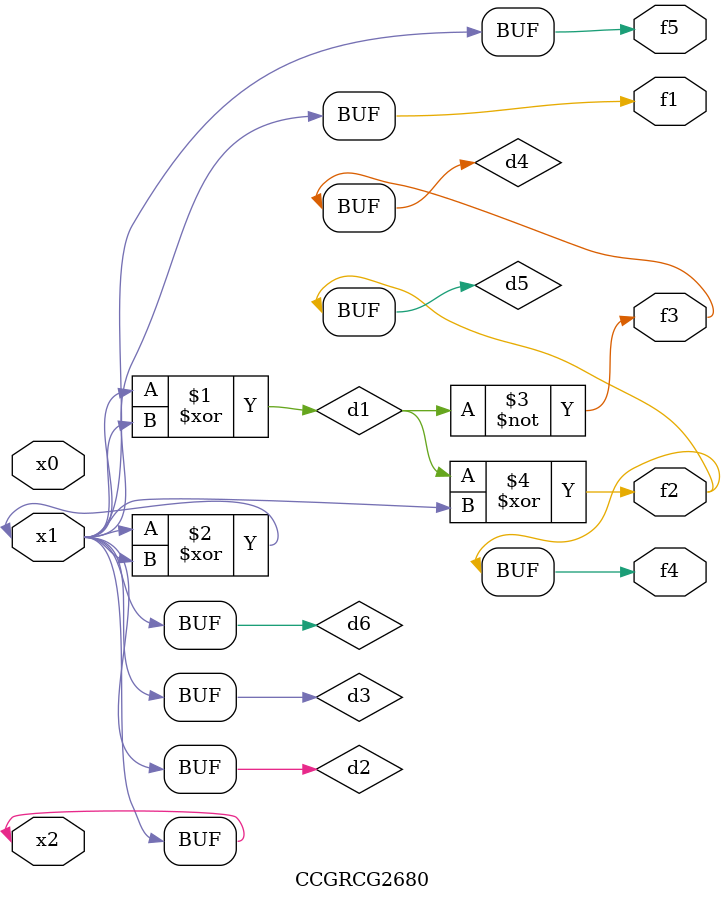
<source format=v>
module CCGRCG2680(
	input x0, x1, x2,
	output f1, f2, f3, f4, f5
);

	wire d1, d2, d3, d4, d5, d6;

	xor (d1, x1, x2);
	buf (d2, x1, x2);
	xor (d3, x1, x2);
	nor (d4, d1);
	xor (d5, d1, d2);
	buf (d6, d2, d3);
	assign f1 = d6;
	assign f2 = d5;
	assign f3 = d4;
	assign f4 = d5;
	assign f5 = d6;
endmodule

</source>
